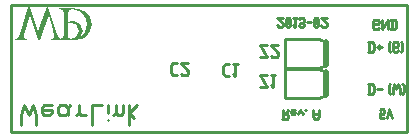
<source format=gbo>
G04 start of page 9 for group -4078 idx -4078 *
G04 Title: wearlink, bottomsilk *
G04 Creator: pcb 1.99z *
G04 CreationDate: Sat Feb 23 13:18:20 2013 UTC *
G04 For: dijkstra *
G04 Format: Gerber/RS-274X *
G04 PCB-Dimensions (mil): 1326.38 433.46 *
G04 PCB-Coordinate-Origin: lower left *
%MOIN*%
%FSLAX25Y25*%
%LNBOTTOMSILK*%
%ADD116C,0.0200*%
%ADD115C,0.0100*%
%ADD114C,0.0001*%
G54D114*G36*
X17137Y31663D02*Y31196D01*
X13474D01*
Y31663D01*
X14608Y32004D01*
X14603Y32991D01*
X13827Y35937D01*
X12720Y39670D01*
X12688D01*
X9774Y31343D01*
X9292D01*
X6595Y39654D01*
X6557D01*
X4528Y32791D01*
X4474Y31961D01*
X5526Y31663D01*
Y31196D01*
X1479D01*
Y31663D01*
X2542Y32004D01*
X3161Y33289D01*
X5895Y42204D01*
X6411D01*
X9123Y33891D01*
X9156D01*
X10588Y37944D01*
X12075Y42204D01*
X12590D01*
X14337Y36415D01*
X15341Y33328D01*
X15992Y32031D01*
X17137Y31663D01*
G37*
G36*
X20413Y31196D02*X16301D01*
Y31663D01*
X17446Y31944D01*
X17668Y33274D01*
Y39941D01*
X17430Y41228D01*
X16198Y41552D01*
Y42020D01*
X20712D01*
Y41552D01*
X19323Y41248D01*
X19063Y39957D01*
Y32709D01*
X19247Y31928D01*
X20180Y31728D01*
X21949Y32335D01*
X22697Y34293D01*
X21895Y36431D01*
X20283Y36989D01*
X19063Y36789D01*
Y37343D01*
X20300Y37657D01*
X21048Y37641D01*
X23283Y36670D01*
X24298Y34222D01*
X23229Y31874D01*
X20413Y31196D01*
G37*
G36*
X20913D02*X16252D01*
Y31663D01*
X17440Y31956D01*
X17668Y33257D01*
Y39957D01*
X17419Y41254D01*
X16100Y41569D01*
Y42020D01*
X20034D01*
X22795Y41689D01*
X24976Y40635D01*
X26474Y38796D01*
X27027Y36193D01*
X26631Y34109D01*
X25611Y32611D01*
X23669Y31526D01*
X20913Y31196D01*
X20598Y31743D01*
X23430Y32428D01*
X24911Y34072D01*
X25394Y36426D01*
X25117Y38330D01*
X24282Y39920D01*
X22860Y41015D01*
X20847Y41422D01*
X19507Y41102D01*
X19084Y39839D01*
Y32909D01*
X19296Y31961D01*
X20598Y31743D01*
X20913Y31196D01*
G37*
G54D115*X295Y512D02*Y43071D01*
X118386D02*X132146D01*
X295Y512D02*X132146D01*
Y43071D01*
X295D02*X118406D01*
X88931Y36090D02*X89311Y35710D01*
X90451D01*
X90831Y36090D01*
Y36850D01*
X88931Y38750D02*X90831Y36850D01*
X88931Y38750D02*X90831D01*
X91743Y38370D02*X92123Y38750D01*
X91743Y36090D02*Y38370D01*
Y36090D02*X92123Y35710D01*
X92883D01*
X93263Y36090D01*
Y38370D01*
X92883Y38750D02*X93263Y38370D01*
X92123Y38750D02*X92883D01*
X91743Y37990D02*X93263Y36470D01*
X94176Y36318D02*X94784Y35710D01*
Y38750D01*
X94176D02*X95316D01*
X96228Y36090D02*X96608Y35710D01*
X97368D01*
X97748Y36090D01*
X97368Y38750D02*X97748Y38370D01*
X96608Y38750D02*X97368D01*
X96228Y38370D02*X96608Y38750D01*
Y37078D02*X97368D01*
X97748Y36090D02*Y36698D01*
Y37458D02*Y38370D01*
Y37458D02*X97368Y37078D01*
X97748Y36698D02*X97368Y37078D01*
X98660Y37230D02*X100180D01*
X101092Y38370D02*X101472Y38750D01*
X101092Y36090D02*Y38370D01*
Y36090D02*X101472Y35710D01*
X102232D01*
X102612Y36090D01*
Y38370D01*
X102232Y38750D02*X102612Y38370D01*
X101472Y38750D02*X102232D01*
X101092Y37990D02*X102612Y36470D01*
X103524Y36090D02*X103904Y35710D01*
X105044D01*
X105424Y36090D01*
Y36850D01*
X103524Y38750D02*X105424Y36850D01*
X103524Y38750D02*X105424D01*
X90550Y4966D02*X92070D01*
X92450Y5346D01*
Y6106D01*
X92070Y6486D02*X92450Y6106D01*
X90930Y6486D02*X92070D01*
X90930Y4966D02*Y8006D01*
X91538Y6486D02*X92450Y8006D01*
X93742D02*X94882D01*
X93362Y7626D02*X93742Y8006D01*
X93362Y6866D02*Y7626D01*
Y6866D02*X93742Y6486D01*
X94502D01*
X94882Y6866D01*
X93362Y7246D02*X94882D01*
Y6866D02*Y7246D01*
X95794Y6486D02*X96554Y8006D01*
X97314Y6486D02*X96554Y8006D01*
X98226D02*X98606D01*
X100886Y5726D02*Y8006D01*
Y5726D02*X101418Y4966D01*
X102254D01*
X102786Y5726D01*
Y8006D01*
X100886Y6486D02*X102786D01*
X122379Y34957D02*X122769Y35347D01*
X121209Y34957D02*X122379D01*
X120819Y35347D02*X121209Y34957D01*
X120819Y35347D02*Y37687D01*
X121209Y38077D01*
X122379D01*
X122769Y37687D01*
Y36907D02*Y37687D01*
X122379Y36517D02*X122769Y36907D01*
X121599Y36517D02*X122379D01*
X123705Y34957D02*Y38077D01*
Y34957D02*X125655Y38077D01*
Y34957D02*Y38077D01*
X126981Y34957D02*Y38077D01*
X127995Y34957D02*X128541Y35503D01*
Y37531D01*
X127995Y38077D02*X128541Y37531D01*
X126591Y38077D02*X127995D01*
X126591Y34957D02*X127995D01*
X122976Y5292D02*X124536D01*
X122976D02*Y6852D01*
X123366Y6462D01*
X124146D01*
X124536Y6852D01*
Y8022D01*
X124146Y8412D02*X124536Y8022D01*
X123366Y8412D02*X124146D01*
X122976Y8022D02*X123366Y8412D01*
X125472Y5292D02*X126252Y8412D01*
X127032Y5292D01*
X119591Y13382D02*Y16502D01*
X120605Y13382D02*X121151Y13928D01*
Y15956D01*
X120605Y16502D02*X121151Y15956D01*
X119201Y16502D02*X120605D01*
X119201Y13382D02*X120605D01*
X122087Y14942D02*X123647D01*
X125987Y16112D02*X126377Y16502D01*
X125987Y13772D02*X126377Y13382D01*
X125987Y13772D02*Y16112D01*
X127313Y13382D02*Y14942D01*
X127703Y16502D01*
X128483Y14942D01*
X129263Y16502D01*
X129653Y14942D01*
Y13382D02*Y14942D01*
X130589Y13382D02*X130979Y13772D01*
Y16112D01*
X130589Y16502D02*X130979Y16112D01*
X119591Y27406D02*Y30526D01*
X120605Y27406D02*X121151Y27952D01*
Y29980D01*
X120605Y30526D02*X121151Y29980D01*
X119201Y30526D02*X120605D01*
X119201Y27406D02*X120605D01*
X122087Y28966D02*X123647D01*
X122867Y28186D02*Y29746D01*
X125987Y30136D02*X126377Y30526D01*
X125987Y27796D02*X126377Y27406D01*
X125987Y27796D02*Y30136D01*
X128873Y27406D02*X129263Y27796D01*
X127703Y27406D02*X128873D01*
X127313Y27796D02*X127703Y27406D01*
X127313Y27796D02*Y30136D01*
X127703Y30526D01*
X128873D01*
X129263Y30136D01*
Y29356D02*Y30136D01*
X128873Y28966D02*X129263Y29356D01*
X128093Y28966D02*X128873D01*
X130199Y27406D02*X130589Y27796D01*
Y30136D01*
X130199Y30526D02*X130589Y30136D01*
X3485Y2912D02*Y6232D01*
X4315Y9552D01*
X5975Y6232D01*
X7635Y9552D01*
X8465Y6232D01*
Y2912D02*Y6232D01*
X11287Y9552D02*X13777D01*
X10457Y8722D02*X11287Y9552D01*
X10457Y7062D02*Y8722D01*
Y7062D02*X11287Y6232D01*
X12947D01*
X13777Y7062D01*
X10457Y7892D02*X13777D01*
Y7062D02*Y7892D01*
X18259Y6232D02*X19089Y7062D01*
X16599Y6232D02*X18259D01*
X15769Y7062D02*X16599Y6232D01*
X15769Y7062D02*Y8722D01*
X16599Y9552D01*
X19089Y6232D02*Y8722D01*
X19919Y9552D01*
X16599D02*X18259D01*
X19089Y8722D01*
X22741Y7062D02*Y9552D01*
Y7062D02*X23571Y6232D01*
X25231D01*
X21911D02*X22741Y7062D01*
X27223Y2912D02*Y9552D01*
X30543D01*
X32535Y4572D02*Y4738D01*
Y7062D02*Y9552D01*
X35025Y7062D02*Y9552D01*
Y7062D02*X35855Y6232D01*
X36685D01*
X37515Y7062D01*
Y9552D01*
X34195Y6232D02*X35025Y7062D01*
X39507Y2912D02*Y9552D01*
Y7062D02*X41997Y9552D01*
X39507Y7062D02*X41167Y5402D01*
G54D116*X105233Y20650D02*Y13050D01*
G54D115*X102933Y11950D01*
X91633D02*X102933D01*
X91633Y21750D02*Y11950D01*
Y21750D02*X102933D01*
X105233Y20650D01*
G54D116*Y30650D02*Y23050D01*
G54D115*X102933Y21950D01*
X91633D02*X102933D01*
X91633Y31750D02*Y21950D01*
Y31750D02*X102933D01*
X105233Y30650D01*
X82987Y15543D02*X85487D01*
X82987Y19543D02*X85487Y15543D01*
X82987Y19543D02*X85487D01*
X86687Y16343D02*X87487Y15543D01*
Y19543D01*
X86687D02*X88187D01*
X83085Y25480D02*X85585D01*
X83085Y29480D02*X85585Y25480D01*
X83085Y29480D02*X85585D01*
X86785Y25980D02*X87285Y25480D01*
X88785D01*
X89285Y25980D01*
Y26980D01*
X86785Y29480D02*X89285Y26980D01*
X86785Y29480D02*X89285D01*
X71641Y23272D02*X72941D01*
X70941Y22572D02*X71641Y23272D01*
X70941Y19972D02*Y22572D01*
Y19972D02*X71641Y19272D01*
X72941D01*
X74141Y20072D02*X74941Y19272D01*
Y23272D01*
X74141D02*X75641D01*
X54153Y23547D02*X55453D01*
X53453Y22847D02*X54153Y23547D01*
X53453Y20247D02*Y22847D01*
Y20247D02*X54153Y19547D01*
X55453D01*
X56653Y20047D02*X57153Y19547D01*
X58653D01*
X59153Y20047D01*
Y21047D01*
X56653Y23547D02*X59153Y21047D01*
X56653Y23547D02*X59153D01*
M02*

</source>
